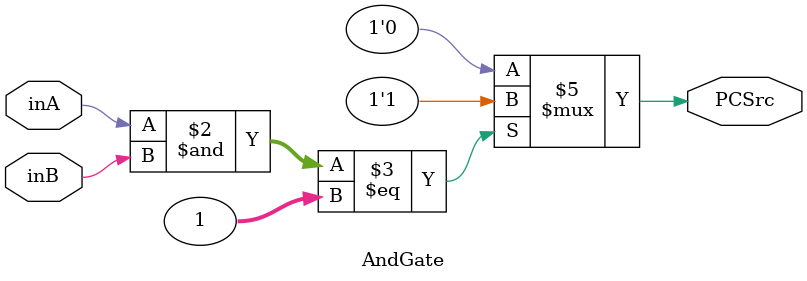
<source format=v>
`timescale 1ns / 1ps

module AndGate(inA, inB, PCSrc);

    input inA, inB;// Branch and Zero are inputs
    output reg PCSrc;

    always@(*) begin
	   if((inA & inB) == 1)
		PCSrc <= 1;
	   else
		PCSrc <= 0; 
	end
    
endmodule
</source>
